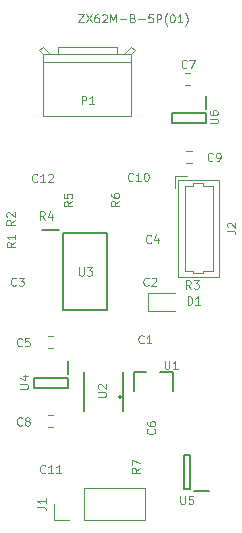
<source format=gbr>
G04 #@! TF.GenerationSoftware,KiCad,Pcbnew,5.0.0-rc2-be01b52~65~ubuntu17.10.1*
G04 #@! TF.CreationDate,2018-06-21T16:11:27-04:00*
G04 #@! TF.ProjectId,pmtcmini-h10721,706D74636D696E692D6831303732312E,rev?*
G04 #@! TF.SameCoordinates,Original*
G04 #@! TF.FileFunction,Legend,Top*
G04 #@! TF.FilePolarity,Positive*
%FSLAX46Y46*%
G04 Gerber Fmt 4.6, Leading zero omitted, Abs format (unit mm)*
G04 Created by KiCad (PCBNEW 5.0.0-rc2-be01b52~65~ubuntu17.10.1) date Thu Jun 21 16:11:27 2018*
%MOMM*%
%LPD*%
G01*
G04 APERTURE LIST*
%ADD10C,0.120000*%
%ADD11C,0.152400*%
%ADD12C,0.100000*%
%ADD13C,0.200000*%
G04 APERTURE END LIST*
D10*
G04 #@! TO.C,J2*
X143610000Y-63840000D02*
X140190000Y-63840000D01*
X140190000Y-63840000D02*
X140190000Y-72060000D01*
X140190000Y-72060000D02*
X143610000Y-72060000D01*
X143610000Y-72060000D02*
X143610000Y-63840000D01*
X140700000Y-67950000D02*
X140700000Y-64350000D01*
X140700000Y-64350000D02*
X141450000Y-64350000D01*
X141450000Y-64350000D02*
X141450000Y-64150000D01*
X141450000Y-64150000D02*
X142250000Y-64150000D01*
X142250000Y-64150000D02*
X142250000Y-64350000D01*
X142250000Y-64350000D02*
X143100000Y-64350000D01*
X143100000Y-64350000D02*
X143100000Y-67950000D01*
X140700000Y-67950000D02*
X140700000Y-71550000D01*
X140700000Y-71550000D02*
X141450000Y-71550000D01*
X141450000Y-71550000D02*
X141450000Y-71750000D01*
X141450000Y-71750000D02*
X142250000Y-71750000D01*
X142250000Y-71750000D02*
X142250000Y-71550000D01*
X142250000Y-71550000D02*
X143100000Y-71550000D01*
X143100000Y-71550000D02*
X143100000Y-67950000D01*
X139900000Y-63550000D02*
X140900000Y-63550000D01*
X139900000Y-63550000D02*
X139900000Y-64550000D01*
D11*
G04 #@! TO.C,U2*
X132173600Y-80123600D02*
X132173600Y-83476400D01*
X135526400Y-83476400D02*
X135526400Y-80123600D01*
G04 #@! TO.C,U1*
X137440400Y-80137200D02*
X136399000Y-80137200D01*
X139701000Y-81762800D02*
X139701000Y-80137200D01*
X139701000Y-80137200D02*
X138659600Y-80137200D01*
X136399000Y-80137200D02*
X136399000Y-81762800D01*
X135383000Y-82270800D02*
G75*
G02X135129000Y-82270800I-127000J0D01*
G01*
X135129000Y-82270800D02*
G75*
G02X135383000Y-82270800I127000J0D01*
G01*
D12*
G04 #@! TO.C,P1*
X128700000Y-53880000D02*
X136200000Y-53880000D01*
X136200000Y-53180000D02*
X136200000Y-58430000D01*
X128700000Y-53180000D02*
X128700000Y-58430000D01*
X136200000Y-58430000D02*
X128700000Y-58430000D01*
X128700000Y-53180000D02*
X129300000Y-53180000D01*
X129300000Y-53180000D02*
X129950000Y-53180000D01*
X129950000Y-53180000D02*
X134950000Y-53180000D01*
X134950000Y-53180000D02*
X135600000Y-53180000D01*
X135600000Y-53180000D02*
X136200000Y-53180000D01*
X129950000Y-52580000D02*
X134950000Y-52580000D01*
X136500000Y-52880000D02*
X136200000Y-53180000D01*
X136200000Y-52580000D02*
X135600000Y-53180000D01*
X136500000Y-52880000D02*
X136200000Y-52580000D01*
X128400000Y-52880000D02*
X128700000Y-53180000D01*
X129300000Y-53180000D02*
X128700000Y-52580000D01*
X128700000Y-52580000D02*
X128400000Y-52880000D01*
X134950000Y-52580000D02*
X134950000Y-53180000D01*
X129950000Y-52580000D02*
X129950000Y-53180000D01*
D13*
G04 #@! TO.C,U3*
X130450000Y-68400000D02*
X134150000Y-68400000D01*
X134150000Y-68400000D02*
X134150000Y-74900000D01*
X134150000Y-74900000D02*
X130450000Y-74900000D01*
X130450000Y-74900000D02*
X130450000Y-68400000D01*
X128625000Y-68150000D02*
X130100000Y-68150000D01*
G04 #@! TO.C,U6*
X142525000Y-56775000D02*
X142525000Y-57825000D01*
X139600000Y-58175000D02*
X142500000Y-58175000D01*
X139600000Y-59025000D02*
X139600000Y-58175000D01*
X142500000Y-59025000D02*
X139600000Y-59025000D01*
X142500000Y-58175000D02*
X142500000Y-59025000D01*
G04 #@! TO.C,U4*
X130850000Y-80625000D02*
X130850000Y-81475000D01*
X130850000Y-81475000D02*
X127950000Y-81475000D01*
X127950000Y-81475000D02*
X127950000Y-80625000D01*
X127950000Y-80625000D02*
X130850000Y-80625000D01*
X130875000Y-79225000D02*
X130875000Y-80275000D01*
G04 #@! TO.C,U5*
X141175000Y-90050000D02*
X140625000Y-90050000D01*
X140625000Y-90050000D02*
X140625000Y-87150000D01*
X140625000Y-87150000D02*
X141175000Y-87150000D01*
X141175000Y-87150000D02*
X141175000Y-90050000D01*
X142775000Y-90200000D02*
X141525000Y-90200000D01*
D10*
G04 #@! TO.C,C9*
X140855000Y-62410000D02*
X141295000Y-62410000D01*
X140855000Y-61390000D02*
X141295000Y-61390000D01*
G04 #@! TO.C,C8*
X129105000Y-83790000D02*
X129545000Y-83790000D01*
X129105000Y-84810000D02*
X129545000Y-84810000D01*
G04 #@! TO.C,C7*
X140755000Y-55860000D02*
X141195000Y-55860000D01*
X140755000Y-54840000D02*
X141195000Y-54840000D01*
G04 #@! TO.C,C5*
X129155000Y-77090000D02*
X129595000Y-77090000D01*
X129155000Y-78110000D02*
X129595000Y-78110000D01*
G04 #@! TO.C,J1*
X137360000Y-92630000D02*
X137360000Y-89970000D01*
X132220000Y-92630000D02*
X137360000Y-92630000D01*
X132220000Y-89970000D02*
X137360000Y-89970000D01*
X132220000Y-92630000D02*
X132220000Y-89970000D01*
X130950000Y-92630000D02*
X129620000Y-92630000D01*
X129620000Y-92630000D02*
X129620000Y-91300000D01*
G04 #@! TO.C,D1*
X139900000Y-73415000D02*
X137630000Y-73415000D01*
X137630000Y-73415000D02*
X137630000Y-74935000D01*
X137630000Y-74935000D02*
X139900000Y-74935000D01*
G04 #@! TO.C,J2*
D12*
X144316666Y-68183333D02*
X144816666Y-68183333D01*
X144916666Y-68216666D01*
X144983333Y-68283333D01*
X145016666Y-68383333D01*
X145016666Y-68450000D01*
X144383333Y-67883333D02*
X144350000Y-67850000D01*
X144316666Y-67783333D01*
X144316666Y-67616666D01*
X144350000Y-67550000D01*
X144383333Y-67516666D01*
X144450000Y-67483333D01*
X144516666Y-67483333D01*
X144616666Y-67516666D01*
X145016666Y-67916666D01*
X145016666Y-67483333D01*
G04 #@! TO.C,U2*
X133366666Y-82233333D02*
X133933333Y-82233333D01*
X134000000Y-82200000D01*
X134033333Y-82166666D01*
X134066666Y-82100000D01*
X134066666Y-81966666D01*
X134033333Y-81900000D01*
X134000000Y-81866666D01*
X133933333Y-81833333D01*
X133366666Y-81833333D01*
X133433333Y-81533333D02*
X133400000Y-81500000D01*
X133366666Y-81433333D01*
X133366666Y-81266666D01*
X133400000Y-81200000D01*
X133433333Y-81166666D01*
X133500000Y-81133333D01*
X133566666Y-81133333D01*
X133666666Y-81166666D01*
X134066666Y-81566666D01*
X134066666Y-81133333D01*
G04 #@! TO.C,U1*
X139016666Y-79166666D02*
X139016666Y-79733333D01*
X139050000Y-79800000D01*
X139083333Y-79833333D01*
X139150000Y-79866666D01*
X139283333Y-79866666D01*
X139350000Y-79833333D01*
X139383333Y-79800000D01*
X139416666Y-79733333D01*
X139416666Y-79166666D01*
X140116666Y-79866666D02*
X139716666Y-79866666D01*
X139916666Y-79866666D02*
X139916666Y-79166666D01*
X139850000Y-79266666D01*
X139783333Y-79333333D01*
X139716666Y-79366666D01*
G04 #@! TO.C,P1*
X131983333Y-57466666D02*
X131983333Y-56766666D01*
X132250000Y-56766666D01*
X132316666Y-56800000D01*
X132350000Y-56833333D01*
X132383333Y-56900000D01*
X132383333Y-57000000D01*
X132350000Y-57066666D01*
X132316666Y-57100000D01*
X132250000Y-57133333D01*
X131983333Y-57133333D01*
X133050000Y-57466666D02*
X132650000Y-57466666D01*
X132850000Y-57466666D02*
X132850000Y-56766666D01*
X132783333Y-56866666D01*
X132716666Y-56933333D01*
X132650000Y-56966666D01*
X131696373Y-49838556D02*
X132163040Y-49838556D01*
X131696373Y-50538556D01*
X132163040Y-50538556D01*
X132363040Y-49838556D02*
X132829706Y-50538556D01*
X132829706Y-49838556D02*
X132363040Y-50538556D01*
X133396373Y-49838556D02*
X133263040Y-49838556D01*
X133196373Y-49871890D01*
X133163040Y-49905223D01*
X133096373Y-50005223D01*
X133063040Y-50138556D01*
X133063040Y-50405223D01*
X133096373Y-50471890D01*
X133129706Y-50505223D01*
X133196373Y-50538556D01*
X133329706Y-50538556D01*
X133396373Y-50505223D01*
X133429706Y-50471890D01*
X133463040Y-50405223D01*
X133463040Y-50238556D01*
X133429706Y-50171890D01*
X133396373Y-50138556D01*
X133329706Y-50105223D01*
X133196373Y-50105223D01*
X133129706Y-50138556D01*
X133096373Y-50171890D01*
X133063040Y-50238556D01*
X133729706Y-49905223D02*
X133763040Y-49871890D01*
X133829706Y-49838556D01*
X133996373Y-49838556D01*
X134063040Y-49871890D01*
X134096373Y-49905223D01*
X134129706Y-49971890D01*
X134129706Y-50038556D01*
X134096373Y-50138556D01*
X133696373Y-50538556D01*
X134129706Y-50538556D01*
X134429706Y-50538556D02*
X134429706Y-49838556D01*
X134663040Y-50338556D01*
X134896373Y-49838556D01*
X134896373Y-50538556D01*
X135229706Y-50271890D02*
X135763040Y-50271890D01*
X136329706Y-50171890D02*
X136429706Y-50205223D01*
X136463040Y-50238556D01*
X136496373Y-50305223D01*
X136496373Y-50405223D01*
X136463040Y-50471890D01*
X136429706Y-50505223D01*
X136363040Y-50538556D01*
X136096373Y-50538556D01*
X136096373Y-49838556D01*
X136329706Y-49838556D01*
X136396373Y-49871890D01*
X136429706Y-49905223D01*
X136463040Y-49971890D01*
X136463040Y-50038556D01*
X136429706Y-50105223D01*
X136396373Y-50138556D01*
X136329706Y-50171890D01*
X136096373Y-50171890D01*
X136796373Y-50271890D02*
X137329706Y-50271890D01*
X137996373Y-49838556D02*
X137663040Y-49838556D01*
X137629706Y-50171890D01*
X137663040Y-50138556D01*
X137729706Y-50105223D01*
X137896373Y-50105223D01*
X137963040Y-50138556D01*
X137996373Y-50171890D01*
X138029706Y-50238556D01*
X138029706Y-50405223D01*
X137996373Y-50471890D01*
X137963040Y-50505223D01*
X137896373Y-50538556D01*
X137729706Y-50538556D01*
X137663040Y-50505223D01*
X137629706Y-50471890D01*
X138329706Y-50538556D02*
X138329706Y-49838556D01*
X138596373Y-49838556D01*
X138663040Y-49871890D01*
X138696373Y-49905223D01*
X138729706Y-49971890D01*
X138729706Y-50071890D01*
X138696373Y-50138556D01*
X138663040Y-50171890D01*
X138596373Y-50205223D01*
X138329706Y-50205223D01*
X139229706Y-50805223D02*
X139196373Y-50771890D01*
X139129706Y-50671890D01*
X139096373Y-50605223D01*
X139063040Y-50505223D01*
X139029706Y-50338556D01*
X139029706Y-50205223D01*
X139063040Y-50038556D01*
X139096373Y-49938556D01*
X139129706Y-49871890D01*
X139196373Y-49771890D01*
X139229706Y-49738556D01*
X139629706Y-49838556D02*
X139696373Y-49838556D01*
X139763040Y-49871890D01*
X139796373Y-49905223D01*
X139829706Y-49971890D01*
X139863040Y-50105223D01*
X139863040Y-50271890D01*
X139829706Y-50405223D01*
X139796373Y-50471890D01*
X139763040Y-50505223D01*
X139696373Y-50538556D01*
X139629706Y-50538556D01*
X139563040Y-50505223D01*
X139529706Y-50471890D01*
X139496373Y-50405223D01*
X139463040Y-50271890D01*
X139463040Y-50105223D01*
X139496373Y-49971890D01*
X139529706Y-49905223D01*
X139563040Y-49871890D01*
X139629706Y-49838556D01*
X140529706Y-50538556D02*
X140129706Y-50538556D01*
X140329706Y-50538556D02*
X140329706Y-49838556D01*
X140263040Y-49938556D01*
X140196373Y-50005223D01*
X140129706Y-50038556D01*
X140763040Y-50805223D02*
X140796373Y-50771890D01*
X140863040Y-50671890D01*
X140896373Y-50605223D01*
X140929706Y-50505223D01*
X140963040Y-50338556D01*
X140963040Y-50205223D01*
X140929706Y-50038556D01*
X140896373Y-49938556D01*
X140863040Y-49871890D01*
X140796373Y-49771890D01*
X140763040Y-49738556D01*
G04 #@! TO.C,U3*
X131766666Y-71266666D02*
X131766666Y-71833333D01*
X131800000Y-71900000D01*
X131833333Y-71933333D01*
X131900000Y-71966666D01*
X132033333Y-71966666D01*
X132100000Y-71933333D01*
X132133333Y-71900000D01*
X132166666Y-71833333D01*
X132166666Y-71266666D01*
X132433333Y-71266666D02*
X132866666Y-71266666D01*
X132633333Y-71533333D01*
X132733333Y-71533333D01*
X132800000Y-71566666D01*
X132833333Y-71600000D01*
X132866666Y-71666666D01*
X132866666Y-71833333D01*
X132833333Y-71900000D01*
X132800000Y-71933333D01*
X132733333Y-71966666D01*
X132533333Y-71966666D01*
X132466666Y-71933333D01*
X132433333Y-71900000D01*
G04 #@! TO.C,U6*
X142816666Y-59083333D02*
X143383333Y-59083333D01*
X143450000Y-59050000D01*
X143483333Y-59016666D01*
X143516666Y-58950000D01*
X143516666Y-58816666D01*
X143483333Y-58750000D01*
X143450000Y-58716666D01*
X143383333Y-58683333D01*
X142816666Y-58683333D01*
X142816666Y-58050000D02*
X142816666Y-58183333D01*
X142850000Y-58250000D01*
X142883333Y-58283333D01*
X142983333Y-58350000D01*
X143116666Y-58383333D01*
X143383333Y-58383333D01*
X143450000Y-58350000D01*
X143483333Y-58316666D01*
X143516666Y-58250000D01*
X143516666Y-58116666D01*
X143483333Y-58050000D01*
X143450000Y-58016666D01*
X143383333Y-57983333D01*
X143216666Y-57983333D01*
X143150000Y-58016666D01*
X143116666Y-58050000D01*
X143083333Y-58116666D01*
X143083333Y-58250000D01*
X143116666Y-58316666D01*
X143150000Y-58350000D01*
X143216666Y-58383333D01*
G04 #@! TO.C,U4*
X126766666Y-81533333D02*
X127333333Y-81533333D01*
X127400000Y-81500000D01*
X127433333Y-81466666D01*
X127466666Y-81400000D01*
X127466666Y-81266666D01*
X127433333Y-81200000D01*
X127400000Y-81166666D01*
X127333333Y-81133333D01*
X126766666Y-81133333D01*
X127000000Y-80500000D02*
X127466666Y-80500000D01*
X126733333Y-80666666D02*
X127233333Y-80833333D01*
X127233333Y-80400000D01*
G04 #@! TO.C,U5*
X140341666Y-90616666D02*
X140341666Y-91183333D01*
X140375000Y-91250000D01*
X140408333Y-91283333D01*
X140475000Y-91316666D01*
X140608333Y-91316666D01*
X140675000Y-91283333D01*
X140708333Y-91250000D01*
X140741666Y-91183333D01*
X140741666Y-90616666D01*
X141408333Y-90616666D02*
X141075000Y-90616666D01*
X141041666Y-90950000D01*
X141075000Y-90916666D01*
X141141666Y-90883333D01*
X141308333Y-90883333D01*
X141375000Y-90916666D01*
X141408333Y-90950000D01*
X141441666Y-91016666D01*
X141441666Y-91183333D01*
X141408333Y-91250000D01*
X141375000Y-91283333D01*
X141308333Y-91316666D01*
X141141666Y-91316666D01*
X141075000Y-91283333D01*
X141041666Y-91250000D01*
G04 #@! TO.C,C12*
X128225000Y-64000000D02*
X128191666Y-64033333D01*
X128091666Y-64066666D01*
X128025000Y-64066666D01*
X127925000Y-64033333D01*
X127858333Y-63966666D01*
X127825000Y-63900000D01*
X127791666Y-63766666D01*
X127791666Y-63666666D01*
X127825000Y-63533333D01*
X127858333Y-63466666D01*
X127925000Y-63400000D01*
X128025000Y-63366666D01*
X128091666Y-63366666D01*
X128191666Y-63400000D01*
X128225000Y-63433333D01*
X128891666Y-64066666D02*
X128491666Y-64066666D01*
X128691666Y-64066666D02*
X128691666Y-63366666D01*
X128625000Y-63466666D01*
X128558333Y-63533333D01*
X128491666Y-63566666D01*
X129158333Y-63433333D02*
X129191666Y-63400000D01*
X129258333Y-63366666D01*
X129425000Y-63366666D01*
X129491666Y-63400000D01*
X129525000Y-63433333D01*
X129558333Y-63500000D01*
X129558333Y-63566666D01*
X129525000Y-63666666D01*
X129125000Y-64066666D01*
X129558333Y-64066666D01*
G04 #@! TO.C,C11*
X128900000Y-88650000D02*
X128866666Y-88683333D01*
X128766666Y-88716666D01*
X128700000Y-88716666D01*
X128600000Y-88683333D01*
X128533333Y-88616666D01*
X128500000Y-88550000D01*
X128466666Y-88416666D01*
X128466666Y-88316666D01*
X128500000Y-88183333D01*
X128533333Y-88116666D01*
X128600000Y-88050000D01*
X128700000Y-88016666D01*
X128766666Y-88016666D01*
X128866666Y-88050000D01*
X128900000Y-88083333D01*
X129566666Y-88716666D02*
X129166666Y-88716666D01*
X129366666Y-88716666D02*
X129366666Y-88016666D01*
X129300000Y-88116666D01*
X129233333Y-88183333D01*
X129166666Y-88216666D01*
X130233333Y-88716666D02*
X129833333Y-88716666D01*
X130033333Y-88716666D02*
X130033333Y-88016666D01*
X129966666Y-88116666D01*
X129900000Y-88183333D01*
X129833333Y-88216666D01*
G04 #@! TO.C,C10*
X136325000Y-63900000D02*
X136291666Y-63933333D01*
X136191666Y-63966666D01*
X136125000Y-63966666D01*
X136025000Y-63933333D01*
X135958333Y-63866666D01*
X135925000Y-63800000D01*
X135891666Y-63666666D01*
X135891666Y-63566666D01*
X135925000Y-63433333D01*
X135958333Y-63366666D01*
X136025000Y-63300000D01*
X136125000Y-63266666D01*
X136191666Y-63266666D01*
X136291666Y-63300000D01*
X136325000Y-63333333D01*
X136991666Y-63966666D02*
X136591666Y-63966666D01*
X136791666Y-63966666D02*
X136791666Y-63266666D01*
X136725000Y-63366666D01*
X136658333Y-63433333D01*
X136591666Y-63466666D01*
X137425000Y-63266666D02*
X137491666Y-63266666D01*
X137558333Y-63300000D01*
X137591666Y-63333333D01*
X137625000Y-63400000D01*
X137658333Y-63533333D01*
X137658333Y-63700000D01*
X137625000Y-63833333D01*
X137591666Y-63900000D01*
X137558333Y-63933333D01*
X137491666Y-63966666D01*
X137425000Y-63966666D01*
X137358333Y-63933333D01*
X137325000Y-63900000D01*
X137291666Y-63833333D01*
X137258333Y-63700000D01*
X137258333Y-63533333D01*
X137291666Y-63400000D01*
X137325000Y-63333333D01*
X137358333Y-63300000D01*
X137425000Y-63266666D01*
G04 #@! TO.C,C6*
X138150000Y-84966666D02*
X138183333Y-85000000D01*
X138216666Y-85100000D01*
X138216666Y-85166666D01*
X138183333Y-85266666D01*
X138116666Y-85333333D01*
X138050000Y-85366666D01*
X137916666Y-85400000D01*
X137816666Y-85400000D01*
X137683333Y-85366666D01*
X137616666Y-85333333D01*
X137550000Y-85266666D01*
X137516666Y-85166666D01*
X137516666Y-85100000D01*
X137550000Y-85000000D01*
X137583333Y-84966666D01*
X137516666Y-84366666D02*
X137516666Y-84500000D01*
X137550000Y-84566666D01*
X137583333Y-84600000D01*
X137683333Y-84666666D01*
X137816666Y-84700000D01*
X138083333Y-84700000D01*
X138150000Y-84666666D01*
X138183333Y-84633333D01*
X138216666Y-84566666D01*
X138216666Y-84433333D01*
X138183333Y-84366666D01*
X138150000Y-84333333D01*
X138083333Y-84300000D01*
X137916666Y-84300000D01*
X137850000Y-84333333D01*
X137816666Y-84366666D01*
X137783333Y-84433333D01*
X137783333Y-84566666D01*
X137816666Y-84633333D01*
X137850000Y-84666666D01*
X137916666Y-84700000D01*
G04 #@! TO.C,C4*
X137858333Y-69150000D02*
X137825000Y-69183333D01*
X137725000Y-69216666D01*
X137658333Y-69216666D01*
X137558333Y-69183333D01*
X137491666Y-69116666D01*
X137458333Y-69050000D01*
X137425000Y-68916666D01*
X137425000Y-68816666D01*
X137458333Y-68683333D01*
X137491666Y-68616666D01*
X137558333Y-68550000D01*
X137658333Y-68516666D01*
X137725000Y-68516666D01*
X137825000Y-68550000D01*
X137858333Y-68583333D01*
X138458333Y-68750000D02*
X138458333Y-69216666D01*
X138291666Y-68483333D02*
X138125000Y-68983333D01*
X138558333Y-68983333D01*
G04 #@! TO.C,C3*
X126433333Y-72775000D02*
X126400000Y-72808333D01*
X126300000Y-72841666D01*
X126233333Y-72841666D01*
X126133333Y-72808333D01*
X126066666Y-72741666D01*
X126033333Y-72675000D01*
X126000000Y-72541666D01*
X126000000Y-72441666D01*
X126033333Y-72308333D01*
X126066666Y-72241666D01*
X126133333Y-72175000D01*
X126233333Y-72141666D01*
X126300000Y-72141666D01*
X126400000Y-72175000D01*
X126433333Y-72208333D01*
X126666666Y-72141666D02*
X127100000Y-72141666D01*
X126866666Y-72408333D01*
X126966666Y-72408333D01*
X127033333Y-72441666D01*
X127066666Y-72475000D01*
X127100000Y-72541666D01*
X127100000Y-72708333D01*
X127066666Y-72775000D01*
X127033333Y-72808333D01*
X126966666Y-72841666D01*
X126766666Y-72841666D01*
X126700000Y-72808333D01*
X126666666Y-72775000D01*
G04 #@! TO.C,C1*
X137233333Y-77650000D02*
X137200000Y-77683333D01*
X137100000Y-77716666D01*
X137033333Y-77716666D01*
X136933333Y-77683333D01*
X136866666Y-77616666D01*
X136833333Y-77550000D01*
X136800000Y-77416666D01*
X136800000Y-77316666D01*
X136833333Y-77183333D01*
X136866666Y-77116666D01*
X136933333Y-77050000D01*
X137033333Y-77016666D01*
X137100000Y-77016666D01*
X137200000Y-77050000D01*
X137233333Y-77083333D01*
X137900000Y-77716666D02*
X137500000Y-77716666D01*
X137700000Y-77716666D02*
X137700000Y-77016666D01*
X137633333Y-77116666D01*
X137566666Y-77183333D01*
X137500000Y-77216666D01*
G04 #@! TO.C,C2*
X137658333Y-72775000D02*
X137625000Y-72808333D01*
X137525000Y-72841666D01*
X137458333Y-72841666D01*
X137358333Y-72808333D01*
X137291666Y-72741666D01*
X137258333Y-72675000D01*
X137225000Y-72541666D01*
X137225000Y-72441666D01*
X137258333Y-72308333D01*
X137291666Y-72241666D01*
X137358333Y-72175000D01*
X137458333Y-72141666D01*
X137525000Y-72141666D01*
X137625000Y-72175000D01*
X137658333Y-72208333D01*
X137925000Y-72208333D02*
X137958333Y-72175000D01*
X138025000Y-72141666D01*
X138191666Y-72141666D01*
X138258333Y-72175000D01*
X138291666Y-72208333D01*
X138325000Y-72275000D01*
X138325000Y-72341666D01*
X138291666Y-72441666D01*
X137891666Y-72841666D01*
X138325000Y-72841666D01*
G04 #@! TO.C,C9*
X143083333Y-62225000D02*
X143050000Y-62258333D01*
X142950000Y-62291666D01*
X142883333Y-62291666D01*
X142783333Y-62258333D01*
X142716666Y-62191666D01*
X142683333Y-62125000D01*
X142650000Y-61991666D01*
X142650000Y-61891666D01*
X142683333Y-61758333D01*
X142716666Y-61691666D01*
X142783333Y-61625000D01*
X142883333Y-61591666D01*
X142950000Y-61591666D01*
X143050000Y-61625000D01*
X143083333Y-61658333D01*
X143416666Y-62291666D02*
X143550000Y-62291666D01*
X143616666Y-62258333D01*
X143650000Y-62225000D01*
X143716666Y-62125000D01*
X143750000Y-61991666D01*
X143750000Y-61725000D01*
X143716666Y-61658333D01*
X143683333Y-61625000D01*
X143616666Y-61591666D01*
X143483333Y-61591666D01*
X143416666Y-61625000D01*
X143383333Y-61658333D01*
X143350000Y-61725000D01*
X143350000Y-61891666D01*
X143383333Y-61958333D01*
X143416666Y-61991666D01*
X143483333Y-62025000D01*
X143616666Y-62025000D01*
X143683333Y-61991666D01*
X143716666Y-61958333D01*
X143750000Y-61891666D01*
G04 #@! TO.C,C8*
X126933333Y-84600000D02*
X126900000Y-84633333D01*
X126800000Y-84666666D01*
X126733333Y-84666666D01*
X126633333Y-84633333D01*
X126566666Y-84566666D01*
X126533333Y-84500000D01*
X126500000Y-84366666D01*
X126500000Y-84266666D01*
X126533333Y-84133333D01*
X126566666Y-84066666D01*
X126633333Y-84000000D01*
X126733333Y-83966666D01*
X126800000Y-83966666D01*
X126900000Y-84000000D01*
X126933333Y-84033333D01*
X127333333Y-84266666D02*
X127266666Y-84233333D01*
X127233333Y-84200000D01*
X127200000Y-84133333D01*
X127200000Y-84100000D01*
X127233333Y-84033333D01*
X127266666Y-84000000D01*
X127333333Y-83966666D01*
X127466666Y-83966666D01*
X127533333Y-84000000D01*
X127566666Y-84033333D01*
X127600000Y-84100000D01*
X127600000Y-84133333D01*
X127566666Y-84200000D01*
X127533333Y-84233333D01*
X127466666Y-84266666D01*
X127333333Y-84266666D01*
X127266666Y-84300000D01*
X127233333Y-84333333D01*
X127200000Y-84400000D01*
X127200000Y-84533333D01*
X127233333Y-84600000D01*
X127266666Y-84633333D01*
X127333333Y-84666666D01*
X127466666Y-84666666D01*
X127533333Y-84633333D01*
X127566666Y-84600000D01*
X127600000Y-84533333D01*
X127600000Y-84400000D01*
X127566666Y-84333333D01*
X127533333Y-84300000D01*
X127466666Y-84266666D01*
G04 #@! TO.C,C7*
X140883333Y-54350000D02*
X140850000Y-54383333D01*
X140750000Y-54416666D01*
X140683333Y-54416666D01*
X140583333Y-54383333D01*
X140516666Y-54316666D01*
X140483333Y-54250000D01*
X140450000Y-54116666D01*
X140450000Y-54016666D01*
X140483333Y-53883333D01*
X140516666Y-53816666D01*
X140583333Y-53750000D01*
X140683333Y-53716666D01*
X140750000Y-53716666D01*
X140850000Y-53750000D01*
X140883333Y-53783333D01*
X141116666Y-53716666D02*
X141583333Y-53716666D01*
X141283333Y-54416666D01*
G04 #@! TO.C,C5*
X126933333Y-77900000D02*
X126900000Y-77933333D01*
X126800000Y-77966666D01*
X126733333Y-77966666D01*
X126633333Y-77933333D01*
X126566666Y-77866666D01*
X126533333Y-77800000D01*
X126500000Y-77666666D01*
X126500000Y-77566666D01*
X126533333Y-77433333D01*
X126566666Y-77366666D01*
X126633333Y-77300000D01*
X126733333Y-77266666D01*
X126800000Y-77266666D01*
X126900000Y-77300000D01*
X126933333Y-77333333D01*
X127566666Y-77266666D02*
X127233333Y-77266666D01*
X127200000Y-77600000D01*
X127233333Y-77566666D01*
X127300000Y-77533333D01*
X127466666Y-77533333D01*
X127533333Y-77566666D01*
X127566666Y-77600000D01*
X127600000Y-77666666D01*
X127600000Y-77833333D01*
X127566666Y-77900000D01*
X127533333Y-77933333D01*
X127466666Y-77966666D01*
X127300000Y-77966666D01*
X127233333Y-77933333D01*
X127200000Y-77900000D01*
G04 #@! TO.C,J1*
X128236666Y-91533333D02*
X128736666Y-91533333D01*
X128836666Y-91566666D01*
X128903333Y-91633333D01*
X128936666Y-91733333D01*
X128936666Y-91800000D01*
X128936666Y-90833333D02*
X128936666Y-91233333D01*
X128936666Y-91033333D02*
X128236666Y-91033333D01*
X128336666Y-91100000D01*
X128403333Y-91166666D01*
X128436666Y-91233333D01*
G04 #@! TO.C,D1*
X140958333Y-74441666D02*
X140958333Y-73741666D01*
X141125000Y-73741666D01*
X141225000Y-73775000D01*
X141291666Y-73841666D01*
X141325000Y-73908333D01*
X141358333Y-74041666D01*
X141358333Y-74141666D01*
X141325000Y-74275000D01*
X141291666Y-74341666D01*
X141225000Y-74408333D01*
X141125000Y-74441666D01*
X140958333Y-74441666D01*
X142025000Y-74441666D02*
X141625000Y-74441666D01*
X141825000Y-74441666D02*
X141825000Y-73741666D01*
X141758333Y-73841666D01*
X141691666Y-73908333D01*
X141625000Y-73941666D01*
G04 #@! TO.C,R7*
X136916666Y-88254166D02*
X136583333Y-88487500D01*
X136916666Y-88654166D02*
X136216666Y-88654166D01*
X136216666Y-88387500D01*
X136250000Y-88320833D01*
X136283333Y-88287500D01*
X136350000Y-88254166D01*
X136450000Y-88254166D01*
X136516666Y-88287500D01*
X136550000Y-88320833D01*
X136583333Y-88387500D01*
X136583333Y-88654166D01*
X136216666Y-88020833D02*
X136216666Y-87554166D01*
X136916666Y-87854166D01*
G04 #@! TO.C,R1*
X126341666Y-69166666D02*
X126008333Y-69400000D01*
X126341666Y-69566666D02*
X125641666Y-69566666D01*
X125641666Y-69300000D01*
X125675000Y-69233333D01*
X125708333Y-69200000D01*
X125775000Y-69166666D01*
X125875000Y-69166666D01*
X125941666Y-69200000D01*
X125975000Y-69233333D01*
X126008333Y-69300000D01*
X126008333Y-69566666D01*
X126341666Y-68500000D02*
X126341666Y-68900000D01*
X126341666Y-68700000D02*
X125641666Y-68700000D01*
X125741666Y-68766666D01*
X125808333Y-68833333D01*
X125841666Y-68900000D01*
G04 #@! TO.C,R2*
X126316666Y-67266666D02*
X125983333Y-67500000D01*
X126316666Y-67666666D02*
X125616666Y-67666666D01*
X125616666Y-67400000D01*
X125650000Y-67333333D01*
X125683333Y-67300000D01*
X125750000Y-67266666D01*
X125850000Y-67266666D01*
X125916666Y-67300000D01*
X125950000Y-67333333D01*
X125983333Y-67400000D01*
X125983333Y-67666666D01*
X125683333Y-67000000D02*
X125650000Y-66966666D01*
X125616666Y-66900000D01*
X125616666Y-66733333D01*
X125650000Y-66666666D01*
X125683333Y-66633333D01*
X125750000Y-66600000D01*
X125816666Y-66600000D01*
X125916666Y-66633333D01*
X126316666Y-67033333D01*
X126316666Y-66600000D01*
G04 #@! TO.C,R3*
X141233333Y-73066666D02*
X141000000Y-72733333D01*
X140833333Y-73066666D02*
X140833333Y-72366666D01*
X141100000Y-72366666D01*
X141166666Y-72400000D01*
X141200000Y-72433333D01*
X141233333Y-72500000D01*
X141233333Y-72600000D01*
X141200000Y-72666666D01*
X141166666Y-72700000D01*
X141100000Y-72733333D01*
X140833333Y-72733333D01*
X141466666Y-72366666D02*
X141900000Y-72366666D01*
X141666666Y-72633333D01*
X141766666Y-72633333D01*
X141833333Y-72666666D01*
X141866666Y-72700000D01*
X141900000Y-72766666D01*
X141900000Y-72933333D01*
X141866666Y-73000000D01*
X141833333Y-73033333D01*
X141766666Y-73066666D01*
X141566666Y-73066666D01*
X141500000Y-73033333D01*
X141466666Y-73000000D01*
G04 #@! TO.C,R4*
X128858333Y-67241666D02*
X128625000Y-66908333D01*
X128458333Y-67241666D02*
X128458333Y-66541666D01*
X128725000Y-66541666D01*
X128791666Y-66575000D01*
X128825000Y-66608333D01*
X128858333Y-66675000D01*
X128858333Y-66775000D01*
X128825000Y-66841666D01*
X128791666Y-66875000D01*
X128725000Y-66908333D01*
X128458333Y-66908333D01*
X129458333Y-66775000D02*
X129458333Y-67241666D01*
X129291666Y-66508333D02*
X129125000Y-67008333D01*
X129558333Y-67008333D01*
G04 #@! TO.C,R5*
X131191666Y-65691666D02*
X130858333Y-65925000D01*
X131191666Y-66091666D02*
X130491666Y-66091666D01*
X130491666Y-65825000D01*
X130525000Y-65758333D01*
X130558333Y-65725000D01*
X130625000Y-65691666D01*
X130725000Y-65691666D01*
X130791666Y-65725000D01*
X130825000Y-65758333D01*
X130858333Y-65825000D01*
X130858333Y-66091666D01*
X130491666Y-65058333D02*
X130491666Y-65391666D01*
X130825000Y-65425000D01*
X130791666Y-65391666D01*
X130758333Y-65325000D01*
X130758333Y-65158333D01*
X130791666Y-65091666D01*
X130825000Y-65058333D01*
X130891666Y-65025000D01*
X131058333Y-65025000D01*
X131125000Y-65058333D01*
X131158333Y-65091666D01*
X131191666Y-65158333D01*
X131191666Y-65325000D01*
X131158333Y-65391666D01*
X131125000Y-65425000D01*
G04 #@! TO.C,R6*
X135166666Y-65641666D02*
X134833333Y-65875000D01*
X135166666Y-66041666D02*
X134466666Y-66041666D01*
X134466666Y-65775000D01*
X134500000Y-65708333D01*
X134533333Y-65675000D01*
X134600000Y-65641666D01*
X134700000Y-65641666D01*
X134766666Y-65675000D01*
X134800000Y-65708333D01*
X134833333Y-65775000D01*
X134833333Y-66041666D01*
X134466666Y-65041666D02*
X134466666Y-65175000D01*
X134500000Y-65241666D01*
X134533333Y-65275000D01*
X134633333Y-65341666D01*
X134766666Y-65375000D01*
X135033333Y-65375000D01*
X135100000Y-65341666D01*
X135133333Y-65308333D01*
X135166666Y-65241666D01*
X135166666Y-65108333D01*
X135133333Y-65041666D01*
X135100000Y-65008333D01*
X135033333Y-64975000D01*
X134866666Y-64975000D01*
X134800000Y-65008333D01*
X134766666Y-65041666D01*
X134733333Y-65108333D01*
X134733333Y-65241666D01*
X134766666Y-65308333D01*
X134800000Y-65341666D01*
X134866666Y-65375000D01*
G04 #@! TD*
M02*

</source>
